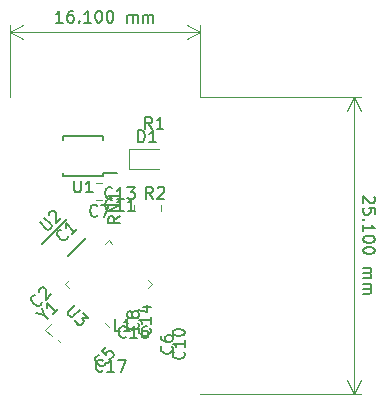
<source format=gbr>
G04 #@! TF.GenerationSoftware,KiCad,Pcbnew,(5.0.0)*
G04 #@! TF.CreationDate,2021-02-11T09:18:10+00:00*
G04 #@! TF.ProjectId,ESPV-BUG,455350562D4255472E6B696361645F70,rev?*
G04 #@! TF.SameCoordinates,Original*
G04 #@! TF.FileFunction,Legend,Top*
G04 #@! TF.FilePolarity,Positive*
%FSLAX46Y46*%
G04 Gerber Fmt 4.6, Leading zero omitted, Abs format (unit mm)*
G04 Created by KiCad (PCBNEW (5.0.0)) date 02/11/21 09:18:10*
%MOMM*%
%LPD*%
G01*
G04 APERTURE LIST*
%ADD10C,0.150000*%
%ADD11C,0.120000*%
G04 APERTURE END LIST*
D10*
X193822380Y-73907142D02*
X193870000Y-73954761D01*
X193917619Y-74050000D01*
X193917619Y-74288095D01*
X193870000Y-74383333D01*
X193822380Y-74430952D01*
X193727142Y-74478571D01*
X193631904Y-74478571D01*
X193489047Y-74430952D01*
X192917619Y-73859523D01*
X192917619Y-74478571D01*
X193917619Y-75383333D02*
X193917619Y-74907142D01*
X193441428Y-74859523D01*
X193489047Y-74907142D01*
X193536666Y-75002380D01*
X193536666Y-75240476D01*
X193489047Y-75335714D01*
X193441428Y-75383333D01*
X193346190Y-75430952D01*
X193108095Y-75430952D01*
X193012857Y-75383333D01*
X192965238Y-75335714D01*
X192917619Y-75240476D01*
X192917619Y-75002380D01*
X192965238Y-74907142D01*
X193012857Y-74859523D01*
X193012857Y-75859523D02*
X192965238Y-75907142D01*
X192917619Y-75859523D01*
X192965238Y-75811904D01*
X193012857Y-75859523D01*
X192917619Y-75859523D01*
X192917619Y-76859523D02*
X192917619Y-76288095D01*
X192917619Y-76573809D02*
X193917619Y-76573809D01*
X193774761Y-76478571D01*
X193679523Y-76383333D01*
X193631904Y-76288095D01*
X193917619Y-77478571D02*
X193917619Y-77573809D01*
X193870000Y-77669047D01*
X193822380Y-77716666D01*
X193727142Y-77764285D01*
X193536666Y-77811904D01*
X193298571Y-77811904D01*
X193108095Y-77764285D01*
X193012857Y-77716666D01*
X192965238Y-77669047D01*
X192917619Y-77573809D01*
X192917619Y-77478571D01*
X192965238Y-77383333D01*
X193012857Y-77335714D01*
X193108095Y-77288095D01*
X193298571Y-77240476D01*
X193536666Y-77240476D01*
X193727142Y-77288095D01*
X193822380Y-77335714D01*
X193870000Y-77383333D01*
X193917619Y-77478571D01*
X193917619Y-78430952D02*
X193917619Y-78526190D01*
X193870000Y-78621428D01*
X193822380Y-78669047D01*
X193727142Y-78716666D01*
X193536666Y-78764285D01*
X193298571Y-78764285D01*
X193108095Y-78716666D01*
X193012857Y-78669047D01*
X192965238Y-78621428D01*
X192917619Y-78526190D01*
X192917619Y-78430952D01*
X192965238Y-78335714D01*
X193012857Y-78288095D01*
X193108095Y-78240476D01*
X193298571Y-78192857D01*
X193536666Y-78192857D01*
X193727142Y-78240476D01*
X193822380Y-78288095D01*
X193870000Y-78335714D01*
X193917619Y-78430952D01*
X192917619Y-79954761D02*
X193584285Y-79954761D01*
X193489047Y-79954761D02*
X193536666Y-80002380D01*
X193584285Y-80097619D01*
X193584285Y-80240476D01*
X193536666Y-80335714D01*
X193441428Y-80383333D01*
X192917619Y-80383333D01*
X193441428Y-80383333D02*
X193536666Y-80430952D01*
X193584285Y-80526190D01*
X193584285Y-80669047D01*
X193536666Y-80764285D01*
X193441428Y-80811904D01*
X192917619Y-80811904D01*
X192917619Y-81288095D02*
X193584285Y-81288095D01*
X193489047Y-81288095D02*
X193536666Y-81335714D01*
X193584285Y-81430952D01*
X193584285Y-81573809D01*
X193536666Y-81669047D01*
X193441428Y-81716666D01*
X192917619Y-81716666D01*
X193441428Y-81716666D02*
X193536666Y-81764285D01*
X193584285Y-81859523D01*
X193584285Y-82002380D01*
X193536666Y-82097619D01*
X193441428Y-82145238D01*
X192917619Y-82145238D01*
D11*
X192100000Y-65500000D02*
X192100000Y-90600000D01*
X179100000Y-65500000D02*
X192686421Y-65500000D01*
X179100000Y-90600000D02*
X192686421Y-90600000D01*
X192100000Y-90600000D02*
X191513579Y-89473496D01*
X192100000Y-90600000D02*
X192686421Y-89473496D01*
X192100000Y-65500000D02*
X191513579Y-66626504D01*
X192100000Y-65500000D02*
X192686421Y-66626504D01*
D10*
X167478571Y-59182380D02*
X166907142Y-59182380D01*
X167192857Y-59182380D02*
X167192857Y-58182380D01*
X167097619Y-58325238D01*
X167002380Y-58420476D01*
X166907142Y-58468095D01*
X168335714Y-58182380D02*
X168145238Y-58182380D01*
X168050000Y-58230000D01*
X168002380Y-58277619D01*
X167907142Y-58420476D01*
X167859523Y-58610952D01*
X167859523Y-58991904D01*
X167907142Y-59087142D01*
X167954761Y-59134761D01*
X168050000Y-59182380D01*
X168240476Y-59182380D01*
X168335714Y-59134761D01*
X168383333Y-59087142D01*
X168430952Y-58991904D01*
X168430952Y-58753809D01*
X168383333Y-58658571D01*
X168335714Y-58610952D01*
X168240476Y-58563333D01*
X168050000Y-58563333D01*
X167954761Y-58610952D01*
X167907142Y-58658571D01*
X167859523Y-58753809D01*
X168859523Y-59087142D02*
X168907142Y-59134761D01*
X168859523Y-59182380D01*
X168811904Y-59134761D01*
X168859523Y-59087142D01*
X168859523Y-59182380D01*
X169859523Y-59182380D02*
X169288095Y-59182380D01*
X169573809Y-59182380D02*
X169573809Y-58182380D01*
X169478571Y-58325238D01*
X169383333Y-58420476D01*
X169288095Y-58468095D01*
X170478571Y-58182380D02*
X170573809Y-58182380D01*
X170669047Y-58230000D01*
X170716666Y-58277619D01*
X170764285Y-58372857D01*
X170811904Y-58563333D01*
X170811904Y-58801428D01*
X170764285Y-58991904D01*
X170716666Y-59087142D01*
X170669047Y-59134761D01*
X170573809Y-59182380D01*
X170478571Y-59182380D01*
X170383333Y-59134761D01*
X170335714Y-59087142D01*
X170288095Y-58991904D01*
X170240476Y-58801428D01*
X170240476Y-58563333D01*
X170288095Y-58372857D01*
X170335714Y-58277619D01*
X170383333Y-58230000D01*
X170478571Y-58182380D01*
X171430952Y-58182380D02*
X171526190Y-58182380D01*
X171621428Y-58230000D01*
X171669047Y-58277619D01*
X171716666Y-58372857D01*
X171764285Y-58563333D01*
X171764285Y-58801428D01*
X171716666Y-58991904D01*
X171669047Y-59087142D01*
X171621428Y-59134761D01*
X171526190Y-59182380D01*
X171430952Y-59182380D01*
X171335714Y-59134761D01*
X171288095Y-59087142D01*
X171240476Y-58991904D01*
X171192857Y-58801428D01*
X171192857Y-58563333D01*
X171240476Y-58372857D01*
X171288095Y-58277619D01*
X171335714Y-58230000D01*
X171430952Y-58182380D01*
X172954761Y-59182380D02*
X172954761Y-58515714D01*
X172954761Y-58610952D02*
X173002380Y-58563333D01*
X173097619Y-58515714D01*
X173240476Y-58515714D01*
X173335714Y-58563333D01*
X173383333Y-58658571D01*
X173383333Y-59182380D01*
X173383333Y-58658571D02*
X173430952Y-58563333D01*
X173526190Y-58515714D01*
X173669047Y-58515714D01*
X173764285Y-58563333D01*
X173811904Y-58658571D01*
X173811904Y-59182380D01*
X174288095Y-59182380D02*
X174288095Y-58515714D01*
X174288095Y-58610952D02*
X174335714Y-58563333D01*
X174430952Y-58515714D01*
X174573809Y-58515714D01*
X174669047Y-58563333D01*
X174716666Y-58658571D01*
X174716666Y-59182380D01*
X174716666Y-58658571D02*
X174764285Y-58563333D01*
X174859523Y-58515714D01*
X175002380Y-58515714D01*
X175097619Y-58563333D01*
X175145238Y-58658571D01*
X175145238Y-59182380D01*
D11*
X163000000Y-60000000D02*
X179100000Y-60000000D01*
X163000000Y-65500000D02*
X163000000Y-59413579D01*
X179100000Y-65500000D02*
X179100000Y-59413579D01*
X179100000Y-60000000D02*
X177973496Y-60586421D01*
X179100000Y-60000000D02*
X177973496Y-59413579D01*
X163000000Y-60000000D02*
X164126504Y-60586421D01*
X163000000Y-60000000D02*
X164126504Y-59413579D01*
G04 #@! TO.C,RN1*
X175830000Y-74650000D02*
X175830000Y-75150000D01*
X173470000Y-74650000D02*
X173470000Y-75150000D01*
G04 #@! TO.C,C7*
X170836252Y-72790000D02*
X170313748Y-72790000D01*
X170836252Y-74210000D02*
X170313748Y-74210000D01*
G04 #@! TO.C,D1*
X173100000Y-69850000D02*
X173100000Y-71550000D01*
X173100000Y-71550000D02*
X175650000Y-71550000D01*
X173100000Y-69850000D02*
X175650000Y-69850000D01*
D10*
G04 #@! TO.C,U1*
X170875000Y-72175000D02*
X170875000Y-71950000D01*
X167525000Y-72175000D02*
X167525000Y-71875000D01*
X167525000Y-68825000D02*
X167525000Y-69125000D01*
X170875000Y-68825000D02*
X170875000Y-69125000D01*
X170875000Y-72175000D02*
X167525000Y-72175000D01*
X170875000Y-68825000D02*
X167525000Y-68825000D01*
X170875000Y-71950000D02*
X172100000Y-71950000D01*
G04 #@! TO.C,U2*
X167935355Y-78955635D02*
X169455635Y-77435355D01*
X165761002Y-77948008D02*
X167864645Y-75844365D01*
D11*
G04 #@! TO.C,U3*
X167994778Y-81635876D02*
X167658903Y-81300000D01*
X167658903Y-81300000D02*
X167994778Y-80964124D01*
X174705222Y-80964124D02*
X175041097Y-81300000D01*
X175041097Y-81300000D02*
X174705222Y-81635876D01*
X171685876Y-77944778D02*
X171350000Y-77608903D01*
X171350000Y-77608903D02*
X171014124Y-77944778D01*
X171014124Y-84655222D02*
X171350000Y-84991097D01*
G04 #@! TO.C,Y1*
X166532502Y-85756838D02*
X165973888Y-85198223D01*
X167112330Y-86082107D02*
X167267893Y-86237670D01*
X168682107Y-84512330D02*
X168837670Y-84667893D01*
X166532502Y-84639609D02*
X165973888Y-85198223D01*
G04 #@! TO.C,L1*
D10*
X172348333Y-85252380D02*
X171872142Y-85252380D01*
X171872142Y-84252380D01*
X173205476Y-85252380D02*
X172634047Y-85252380D01*
X172919761Y-85252380D02*
X172919761Y-84252380D01*
X172824523Y-84395238D01*
X172729285Y-84490476D01*
X172634047Y-84538095D01*
G04 #@! TO.C,C1*
X167902903Y-77274499D02*
X167902903Y-77341842D01*
X167835559Y-77476529D01*
X167768216Y-77543873D01*
X167633528Y-77611216D01*
X167498841Y-77611216D01*
X167397826Y-77577545D01*
X167229467Y-77476529D01*
X167128452Y-77375514D01*
X167027437Y-77207155D01*
X166993765Y-77106140D01*
X166993765Y-76971453D01*
X167061109Y-76836766D01*
X167128452Y-76769422D01*
X167263139Y-76702079D01*
X167330483Y-76702079D01*
X168643681Y-76668407D02*
X168239620Y-77072468D01*
X168441651Y-76870438D02*
X167734544Y-76163331D01*
X167768216Y-76331690D01*
X167768216Y-76466377D01*
X167734544Y-76567392D01*
G04 #@! TO.C,C8*
X173827142Y-84581666D02*
X173874761Y-84629285D01*
X173922380Y-84772142D01*
X173922380Y-84867380D01*
X173874761Y-85010238D01*
X173779523Y-85105476D01*
X173684285Y-85153095D01*
X173493809Y-85200714D01*
X173350952Y-85200714D01*
X173160476Y-85153095D01*
X173065238Y-85105476D01*
X172970000Y-85010238D01*
X172922380Y-84867380D01*
X172922380Y-84772142D01*
X172970000Y-84629285D01*
X173017619Y-84581666D01*
X173350952Y-84010238D02*
X173303333Y-84105476D01*
X173255714Y-84153095D01*
X173160476Y-84200714D01*
X173112857Y-84200714D01*
X173017619Y-84153095D01*
X172970000Y-84105476D01*
X172922380Y-84010238D01*
X172922380Y-83819761D01*
X172970000Y-83724523D01*
X173017619Y-83676904D01*
X173112857Y-83629285D01*
X173160476Y-83629285D01*
X173255714Y-83676904D01*
X173303333Y-83724523D01*
X173350952Y-83819761D01*
X173350952Y-84010238D01*
X173398571Y-84105476D01*
X173446190Y-84153095D01*
X173541428Y-84200714D01*
X173731904Y-84200714D01*
X173827142Y-84153095D01*
X173874761Y-84105476D01*
X173922380Y-84010238D01*
X173922380Y-83819761D01*
X173874761Y-83724523D01*
X173827142Y-83676904D01*
X173731904Y-83629285D01*
X173541428Y-83629285D01*
X173446190Y-83676904D01*
X173398571Y-83724523D01*
X173350952Y-83819761D01*
G04 #@! TO.C,C14*
X174827142Y-85057857D02*
X174874761Y-85105476D01*
X174922380Y-85248333D01*
X174922380Y-85343571D01*
X174874761Y-85486428D01*
X174779523Y-85581666D01*
X174684285Y-85629285D01*
X174493809Y-85676904D01*
X174350952Y-85676904D01*
X174160476Y-85629285D01*
X174065238Y-85581666D01*
X173970000Y-85486428D01*
X173922380Y-85343571D01*
X173922380Y-85248333D01*
X173970000Y-85105476D01*
X174017619Y-85057857D01*
X174922380Y-84105476D02*
X174922380Y-84676904D01*
X174922380Y-84391190D02*
X173922380Y-84391190D01*
X174065238Y-84486428D01*
X174160476Y-84581666D01*
X174208095Y-84676904D01*
X174255714Y-83248333D02*
X174922380Y-83248333D01*
X173874761Y-83486428D02*
X174589047Y-83724523D01*
X174589047Y-83105476D01*
G04 #@! TO.C,C2*
X165730577Y-82802173D02*
X165730577Y-82869516D01*
X165663233Y-83004203D01*
X165595890Y-83071547D01*
X165461202Y-83138890D01*
X165326515Y-83138890D01*
X165225500Y-83105219D01*
X165057141Y-83004203D01*
X164956126Y-82903188D01*
X164855111Y-82734829D01*
X164821439Y-82633814D01*
X164821439Y-82499127D01*
X164888783Y-82364440D01*
X164956126Y-82297096D01*
X165090813Y-82229753D01*
X165158157Y-82229753D01*
X165427531Y-81960379D02*
X165427531Y-81893035D01*
X165461202Y-81792020D01*
X165629561Y-81623661D01*
X165730577Y-81589990D01*
X165797920Y-81589990D01*
X165898935Y-81623661D01*
X165966279Y-81691005D01*
X166033622Y-81825692D01*
X166033622Y-82633814D01*
X166471355Y-82196081D01*
G04 #@! TO.C,C5*
X171152903Y-87924499D02*
X171152903Y-87991842D01*
X171085559Y-88126529D01*
X171018216Y-88193873D01*
X170883528Y-88261216D01*
X170748841Y-88261216D01*
X170647826Y-88227545D01*
X170479467Y-88126529D01*
X170378452Y-88025514D01*
X170277437Y-87857155D01*
X170243765Y-87756140D01*
X170243765Y-87621453D01*
X170311109Y-87486766D01*
X170378452Y-87419422D01*
X170513139Y-87352079D01*
X170580483Y-87352079D01*
X171152903Y-86644972D02*
X170816185Y-86981690D01*
X171119231Y-87352079D01*
X171119231Y-87284735D01*
X171152903Y-87183720D01*
X171321261Y-87015361D01*
X171422277Y-86981690D01*
X171489620Y-86981690D01*
X171590635Y-87015361D01*
X171758994Y-87183720D01*
X171792666Y-87284735D01*
X171792666Y-87352079D01*
X171758994Y-87453094D01*
X171590635Y-87621453D01*
X171489620Y-87655125D01*
X171422277Y-87655125D01*
G04 #@! TO.C,C13*
X171672142Y-74027142D02*
X171624523Y-74074761D01*
X171481666Y-74122380D01*
X171386428Y-74122380D01*
X171243571Y-74074761D01*
X171148333Y-73979523D01*
X171100714Y-73884285D01*
X171053095Y-73693809D01*
X171053095Y-73550952D01*
X171100714Y-73360476D01*
X171148333Y-73265238D01*
X171243571Y-73170000D01*
X171386428Y-73122380D01*
X171481666Y-73122380D01*
X171624523Y-73170000D01*
X171672142Y-73217619D01*
X172624523Y-74122380D02*
X172053095Y-74122380D01*
X172338809Y-74122380D02*
X172338809Y-73122380D01*
X172243571Y-73265238D01*
X172148333Y-73360476D01*
X172053095Y-73408095D01*
X172957857Y-73122380D02*
X173576904Y-73122380D01*
X173243571Y-73503333D01*
X173386428Y-73503333D01*
X173481666Y-73550952D01*
X173529285Y-73598571D01*
X173576904Y-73693809D01*
X173576904Y-73931904D01*
X173529285Y-74027142D01*
X173481666Y-74074761D01*
X173386428Y-74122380D01*
X173100714Y-74122380D01*
X173005476Y-74074761D01*
X172957857Y-74027142D01*
G04 #@! TO.C,C10*
X177702142Y-87042857D02*
X177749761Y-87090476D01*
X177797380Y-87233333D01*
X177797380Y-87328571D01*
X177749761Y-87471428D01*
X177654523Y-87566666D01*
X177559285Y-87614285D01*
X177368809Y-87661904D01*
X177225952Y-87661904D01*
X177035476Y-87614285D01*
X176940238Y-87566666D01*
X176845000Y-87471428D01*
X176797380Y-87328571D01*
X176797380Y-87233333D01*
X176845000Y-87090476D01*
X176892619Y-87042857D01*
X177797380Y-86090476D02*
X177797380Y-86661904D01*
X177797380Y-86376190D02*
X176797380Y-86376190D01*
X176940238Y-86471428D01*
X177035476Y-86566666D01*
X177083095Y-86661904D01*
X176797380Y-85471428D02*
X176797380Y-85376190D01*
X176845000Y-85280952D01*
X176892619Y-85233333D01*
X176987857Y-85185714D01*
X177178333Y-85138095D01*
X177416428Y-85138095D01*
X177606904Y-85185714D01*
X177702142Y-85233333D01*
X177749761Y-85280952D01*
X177797380Y-85376190D01*
X177797380Y-85471428D01*
X177749761Y-85566666D01*
X177702142Y-85614285D01*
X177606904Y-85661904D01*
X177416428Y-85709523D01*
X177178333Y-85709523D01*
X176987857Y-85661904D01*
X176892619Y-85614285D01*
X176845000Y-85566666D01*
X176797380Y-85471428D01*
G04 #@! TO.C,C11*
X171672142Y-75027142D02*
X171624523Y-75074761D01*
X171481666Y-75122380D01*
X171386428Y-75122380D01*
X171243571Y-75074761D01*
X171148333Y-74979523D01*
X171100714Y-74884285D01*
X171053095Y-74693809D01*
X171053095Y-74550952D01*
X171100714Y-74360476D01*
X171148333Y-74265238D01*
X171243571Y-74170000D01*
X171386428Y-74122380D01*
X171481666Y-74122380D01*
X171624523Y-74170000D01*
X171672142Y-74217619D01*
X172624523Y-75122380D02*
X172053095Y-75122380D01*
X172338809Y-75122380D02*
X172338809Y-74122380D01*
X172243571Y-74265238D01*
X172148333Y-74360476D01*
X172053095Y-74408095D01*
X173576904Y-75122380D02*
X173005476Y-75122380D01*
X173291190Y-75122380D02*
X173291190Y-74122380D01*
X173195952Y-74265238D01*
X173100714Y-74360476D01*
X173005476Y-74408095D01*
G04 #@! TO.C,C17*
X170872142Y-88637142D02*
X170824523Y-88684761D01*
X170681666Y-88732380D01*
X170586428Y-88732380D01*
X170443571Y-88684761D01*
X170348333Y-88589523D01*
X170300714Y-88494285D01*
X170253095Y-88303809D01*
X170253095Y-88160952D01*
X170300714Y-87970476D01*
X170348333Y-87875238D01*
X170443571Y-87780000D01*
X170586428Y-87732380D01*
X170681666Y-87732380D01*
X170824523Y-87780000D01*
X170872142Y-87827619D01*
X171824523Y-88732380D02*
X171253095Y-88732380D01*
X171538809Y-88732380D02*
X171538809Y-87732380D01*
X171443571Y-87875238D01*
X171348333Y-87970476D01*
X171253095Y-88018095D01*
X172157857Y-87732380D02*
X172824523Y-87732380D01*
X172395952Y-88732380D01*
G04 #@! TO.C,C16*
X172822142Y-85777142D02*
X172774523Y-85824761D01*
X172631666Y-85872380D01*
X172536428Y-85872380D01*
X172393571Y-85824761D01*
X172298333Y-85729523D01*
X172250714Y-85634285D01*
X172203095Y-85443809D01*
X172203095Y-85300952D01*
X172250714Y-85110476D01*
X172298333Y-85015238D01*
X172393571Y-84920000D01*
X172536428Y-84872380D01*
X172631666Y-84872380D01*
X172774523Y-84920000D01*
X172822142Y-84967619D01*
X173774523Y-85872380D02*
X173203095Y-85872380D01*
X173488809Y-85872380D02*
X173488809Y-84872380D01*
X173393571Y-85015238D01*
X173298333Y-85110476D01*
X173203095Y-85158095D01*
X174631666Y-84872380D02*
X174441190Y-84872380D01*
X174345952Y-84920000D01*
X174298333Y-84967619D01*
X174203095Y-85110476D01*
X174155476Y-85300952D01*
X174155476Y-85681904D01*
X174203095Y-85777142D01*
X174250714Y-85824761D01*
X174345952Y-85872380D01*
X174536428Y-85872380D01*
X174631666Y-85824761D01*
X174679285Y-85777142D01*
X174726904Y-85681904D01*
X174726904Y-85443809D01*
X174679285Y-85348571D01*
X174631666Y-85300952D01*
X174536428Y-85253333D01*
X174345952Y-85253333D01*
X174250714Y-85300952D01*
X174203095Y-85348571D01*
X174155476Y-85443809D01*
G04 #@! TO.C,C6*
X176687142Y-86581666D02*
X176734761Y-86629285D01*
X176782380Y-86772142D01*
X176782380Y-86867380D01*
X176734761Y-87010238D01*
X176639523Y-87105476D01*
X176544285Y-87153095D01*
X176353809Y-87200714D01*
X176210952Y-87200714D01*
X176020476Y-87153095D01*
X175925238Y-87105476D01*
X175830000Y-87010238D01*
X175782380Y-86867380D01*
X175782380Y-86772142D01*
X175830000Y-86629285D01*
X175877619Y-86581666D01*
X175782380Y-85724523D02*
X175782380Y-85915000D01*
X175830000Y-86010238D01*
X175877619Y-86057857D01*
X176020476Y-86153095D01*
X176210952Y-86200714D01*
X176591904Y-86200714D01*
X176687142Y-86153095D01*
X176734761Y-86105476D01*
X176782380Y-86010238D01*
X176782380Y-85819761D01*
X176734761Y-85724523D01*
X176687142Y-85676904D01*
X176591904Y-85629285D01*
X176353809Y-85629285D01*
X176258571Y-85676904D01*
X176210952Y-85724523D01*
X176163333Y-85819761D01*
X176163333Y-86010238D01*
X176210952Y-86105476D01*
X176258571Y-86153095D01*
X176353809Y-86200714D01*
G04 #@! TO.C,R1*
X175048333Y-68172380D02*
X174715000Y-67696190D01*
X174476904Y-68172380D02*
X174476904Y-67172380D01*
X174857857Y-67172380D01*
X174953095Y-67220000D01*
X175000714Y-67267619D01*
X175048333Y-67362857D01*
X175048333Y-67505714D01*
X175000714Y-67600952D01*
X174953095Y-67648571D01*
X174857857Y-67696190D01*
X174476904Y-67696190D01*
X176000714Y-68172380D02*
X175429285Y-68172380D01*
X175715000Y-68172380D02*
X175715000Y-67172380D01*
X175619761Y-67315238D01*
X175524523Y-67410476D01*
X175429285Y-67458095D01*
G04 #@! TO.C,R2*
X175118333Y-74082380D02*
X174785000Y-73606190D01*
X174546904Y-74082380D02*
X174546904Y-73082380D01*
X174927857Y-73082380D01*
X175023095Y-73130000D01*
X175070714Y-73177619D01*
X175118333Y-73272857D01*
X175118333Y-73415714D01*
X175070714Y-73510952D01*
X175023095Y-73558571D01*
X174927857Y-73606190D01*
X174546904Y-73606190D01*
X175499285Y-73177619D02*
X175546904Y-73130000D01*
X175642142Y-73082380D01*
X175880238Y-73082380D01*
X175975476Y-73130000D01*
X176023095Y-73177619D01*
X176070714Y-73272857D01*
X176070714Y-73368095D01*
X176023095Y-73510952D01*
X175451666Y-74082380D01*
X176070714Y-74082380D01*
G04 #@! TO.C,RN1*
X172302380Y-75590476D02*
X171826190Y-75923809D01*
X172302380Y-76161904D02*
X171302380Y-76161904D01*
X171302380Y-75780952D01*
X171350000Y-75685714D01*
X171397619Y-75638095D01*
X171492857Y-75590476D01*
X171635714Y-75590476D01*
X171730952Y-75638095D01*
X171778571Y-75685714D01*
X171826190Y-75780952D01*
X171826190Y-76161904D01*
X172302380Y-75161904D02*
X171302380Y-75161904D01*
X172302380Y-74590476D01*
X171302380Y-74590476D01*
X172302380Y-73590476D02*
X172302380Y-74161904D01*
X172302380Y-73876190D02*
X171302380Y-73876190D01*
X171445238Y-73971428D01*
X171540476Y-74066666D01*
X171588095Y-74161904D01*
G04 #@! TO.C,C7*
X170408333Y-75507142D02*
X170360714Y-75554761D01*
X170217857Y-75602380D01*
X170122619Y-75602380D01*
X169979761Y-75554761D01*
X169884523Y-75459523D01*
X169836904Y-75364285D01*
X169789285Y-75173809D01*
X169789285Y-75030952D01*
X169836904Y-74840476D01*
X169884523Y-74745238D01*
X169979761Y-74650000D01*
X170122619Y-74602380D01*
X170217857Y-74602380D01*
X170360714Y-74650000D01*
X170408333Y-74697619D01*
X170741666Y-74602380D02*
X171408333Y-74602380D01*
X170979761Y-75602380D01*
G04 #@! TO.C,D1*
X173861904Y-69302380D02*
X173861904Y-68302380D01*
X174100000Y-68302380D01*
X174242857Y-68350000D01*
X174338095Y-68445238D01*
X174385714Y-68540476D01*
X174433333Y-68730952D01*
X174433333Y-68873809D01*
X174385714Y-69064285D01*
X174338095Y-69159523D01*
X174242857Y-69254761D01*
X174100000Y-69302380D01*
X173861904Y-69302380D01*
X175385714Y-69302380D02*
X174814285Y-69302380D01*
X175100000Y-69302380D02*
X175100000Y-68302380D01*
X175004761Y-68445238D01*
X174909523Y-68540476D01*
X174814285Y-68588095D01*
G04 #@! TO.C,U1*
X168438095Y-72552380D02*
X168438095Y-73361904D01*
X168485714Y-73457142D01*
X168533333Y-73504761D01*
X168628571Y-73552380D01*
X168819047Y-73552380D01*
X168914285Y-73504761D01*
X168961904Y-73457142D01*
X169009523Y-73361904D01*
X169009523Y-72552380D01*
X170009523Y-73552380D02*
X169438095Y-73552380D01*
X169723809Y-73552380D02*
X169723809Y-72552380D01*
X169628571Y-72695238D01*
X169533333Y-72790476D01*
X169438095Y-72838095D01*
G04 #@! TO.C,U2*
X165524457Y-76101953D02*
X166096877Y-76674373D01*
X166197892Y-76708045D01*
X166265236Y-76708045D01*
X166366251Y-76674373D01*
X166500938Y-76539686D01*
X166534610Y-76438671D01*
X166534610Y-76371327D01*
X166500938Y-76270312D01*
X165928518Y-75697892D01*
X166298908Y-75462190D02*
X166298908Y-75394847D01*
X166332579Y-75293831D01*
X166500938Y-75125473D01*
X166601953Y-75091801D01*
X166669297Y-75091801D01*
X166770312Y-75125473D01*
X166837656Y-75192816D01*
X166904999Y-75327503D01*
X166904999Y-76135625D01*
X167342732Y-75697892D01*
G04 #@! TO.C,U3*
X168497329Y-83075174D02*
X167924909Y-83647594D01*
X167891237Y-83748609D01*
X167891237Y-83815953D01*
X167924909Y-83916968D01*
X168059596Y-84051655D01*
X168160611Y-84085327D01*
X168227955Y-84085327D01*
X168328970Y-84051655D01*
X168901390Y-83479235D01*
X169170764Y-83748609D02*
X169608496Y-84186342D01*
X169103420Y-84220014D01*
X169204435Y-84321029D01*
X169238107Y-84422044D01*
X169238107Y-84489388D01*
X169204435Y-84590403D01*
X169036077Y-84758762D01*
X168935061Y-84792434D01*
X168867718Y-84792434D01*
X168766703Y-84758762D01*
X168564672Y-84556731D01*
X168531000Y-84455716D01*
X168531000Y-84388373D01*
G04 #@! TO.C,Y1*
X165853679Y-83927114D02*
X166190397Y-84263832D01*
X165247588Y-83792427D02*
X165853679Y-83927114D01*
X165718992Y-83321023D01*
X167032190Y-83422038D02*
X166628129Y-83826099D01*
X166830160Y-83624068D02*
X166123053Y-82916962D01*
X166156725Y-83085320D01*
X166156725Y-83220007D01*
X166123053Y-83321023D01*
G04 #@! TD*
M02*

</source>
